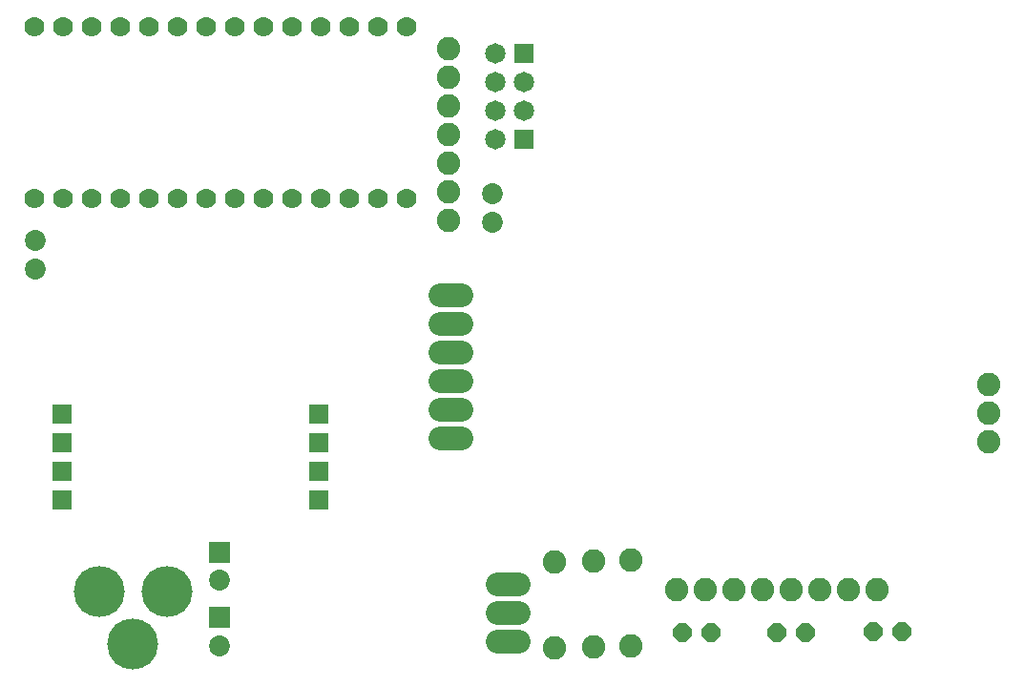
<source format=gts>
G04 EAGLE Gerber X2 export*
%TF.Part,Single*%
%TF.FileFunction,Other,Top Soldermask*%
%TF.FilePolarity,Positive*%
%TF.GenerationSoftware,Autodesk,EAGLE,9.1.1*%
%TF.CreationDate,2018-08-06T02:15:33Z*%
G75*
%MOIN*%
%FSLAX34Y34*%
%LPD*%
%AMOC8*
5,1,8,0,0,1.08239X$1,22.5*%
G01*
%ADD10R,0.073000X0.073000*%
%ADD11C,0.073000*%
%ADD12C,0.178000*%
%ADD13P,0.069273X8X22.500000*%
%ADD14C,0.082000*%
%ADD15C,0.082000*%
%ADD16R,0.067433X0.067433*%
%ADD17R,0.071370X0.071370*%
%ADD18C,0.071370*%
%ADD19C,0.070000*%


D10*
X7230Y4871D03*
D11*
X7230Y3887D03*
X791Y14756D03*
X791Y15756D03*
D12*
X5394Y3500D03*
X3031Y3500D03*
X4213Y1650D03*
D13*
X30084Y2087D03*
X31084Y2087D03*
X26713Y2058D03*
X27713Y2058D03*
X23395Y2069D03*
X24395Y2069D03*
D14*
X15690Y8870D02*
X14950Y8870D01*
X14950Y9870D02*
X15690Y9870D01*
X15690Y10870D02*
X14950Y10870D01*
X14950Y11870D02*
X15690Y11870D01*
X15690Y12870D02*
X14950Y12870D01*
X14950Y13870D02*
X15690Y13870D01*
D15*
X30200Y3550D03*
X29200Y3550D03*
X28200Y3550D03*
X27200Y3550D03*
X26200Y3550D03*
X25200Y3550D03*
X24200Y3550D03*
X23200Y3550D03*
X21597Y1573D03*
X21597Y4573D03*
X20297Y1559D03*
X20297Y4559D03*
X18947Y1536D03*
X18947Y4536D03*
X15250Y16450D03*
X15250Y17450D03*
X15250Y18450D03*
X15250Y19450D03*
X15250Y20450D03*
X15250Y21450D03*
X15250Y22450D03*
D16*
X10700Y9700D03*
X10700Y8700D03*
X10700Y7700D03*
X10700Y6700D03*
X1750Y9700D03*
X1750Y8700D03*
X1750Y7700D03*
X1750Y6700D03*
D17*
X17870Y22280D03*
D18*
X17870Y21280D03*
X17870Y20280D03*
X16870Y20280D03*
X16870Y21280D03*
X16870Y22280D03*
X16870Y19280D03*
D17*
X17870Y19280D03*
D15*
X34099Y10721D03*
X34099Y9721D03*
X34099Y8721D03*
D14*
X17686Y1766D02*
X16946Y1766D01*
X16946Y2766D02*
X17686Y2766D01*
X17686Y3766D02*
X16946Y3766D01*
D11*
X16780Y16380D03*
X16780Y17380D03*
D10*
X7256Y2589D03*
D11*
X7256Y1605D03*
D19*
X780Y17230D03*
X1780Y17230D03*
X2780Y17230D03*
X3780Y17230D03*
X4780Y17230D03*
X5780Y17230D03*
X6780Y17230D03*
X7780Y17230D03*
X8780Y17230D03*
X9780Y17230D03*
X10780Y17230D03*
X11780Y17230D03*
X12780Y17230D03*
X13780Y17230D03*
X13780Y23230D03*
X12780Y23230D03*
X11780Y23230D03*
X10780Y23230D03*
X9780Y23230D03*
X8780Y23230D03*
X7780Y23230D03*
X6780Y23230D03*
X5780Y23230D03*
X4780Y23230D03*
X3780Y23230D03*
X2780Y23230D03*
X1780Y23230D03*
X780Y23230D03*
M02*

</source>
